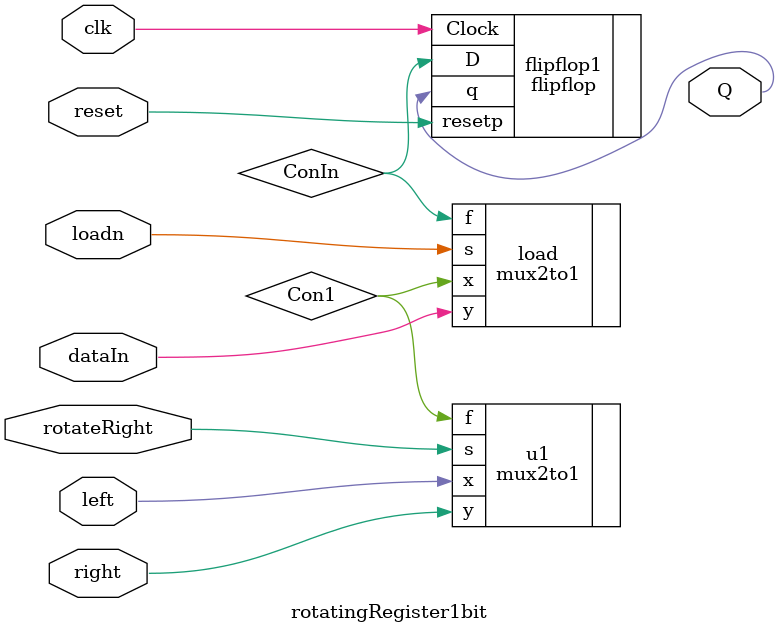
<source format=v>

module rotatingRegister1bit(clk, reset, loadn, rotateRight, dataIn, left, right, Q);
	input clk, reset, loadn, rotateRight, dataIn, left, right; 
	output Q; 
	wire Con1, ConIn; 
	
	mux2to1 u1 (.s(rotateRight), .x(left), .y(right), .f(Con1)); 
	mux2to1 load (.s(loadn), .x(Con1), .y(dataIn), .f(ConIn)); 
	flipflop flipflop1(.D(ConIn), .resetp(reset),.Clock(clk), .q(Q)); 
	
endmodule
	
</source>
